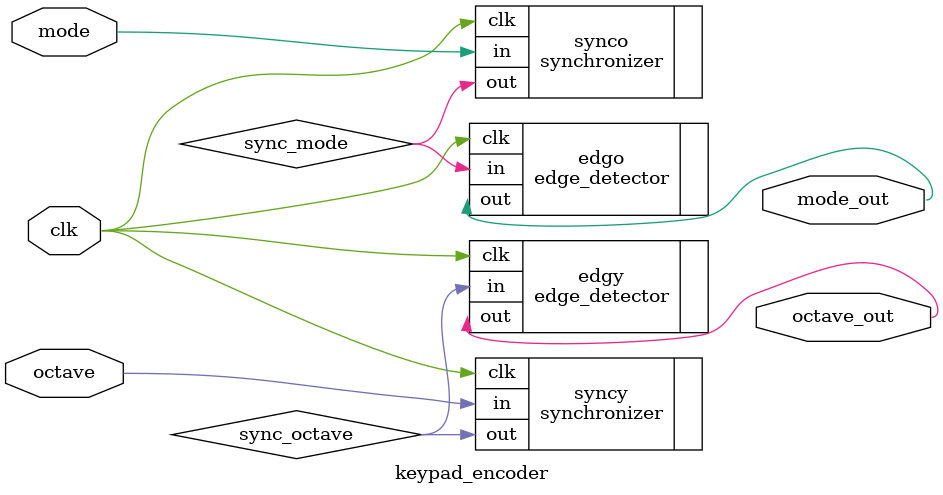
<source format=sv>
module keypad_encoder (
	input logic octave, mode, clk,
	output logic octave_out, mode_out
);
	logic sync_octave, sync_mode;
	synchronizer syncy (
		.clk(clk),
		.in(octave),
		.out(sync_octave)
	);
	
	synchronizer synco (
		.clk(clk),
		.in(mode),
		.out(sync_mode)
	);
	
	edge_detector edgy(
		.clk(clk),
		.in(sync_octave),
		.out(octave_out)
	);

	edge_detector edgo(
		.clk(clk),
		.in(sync_mode),
		.out(mode_out)
	);
endmodule

</source>
